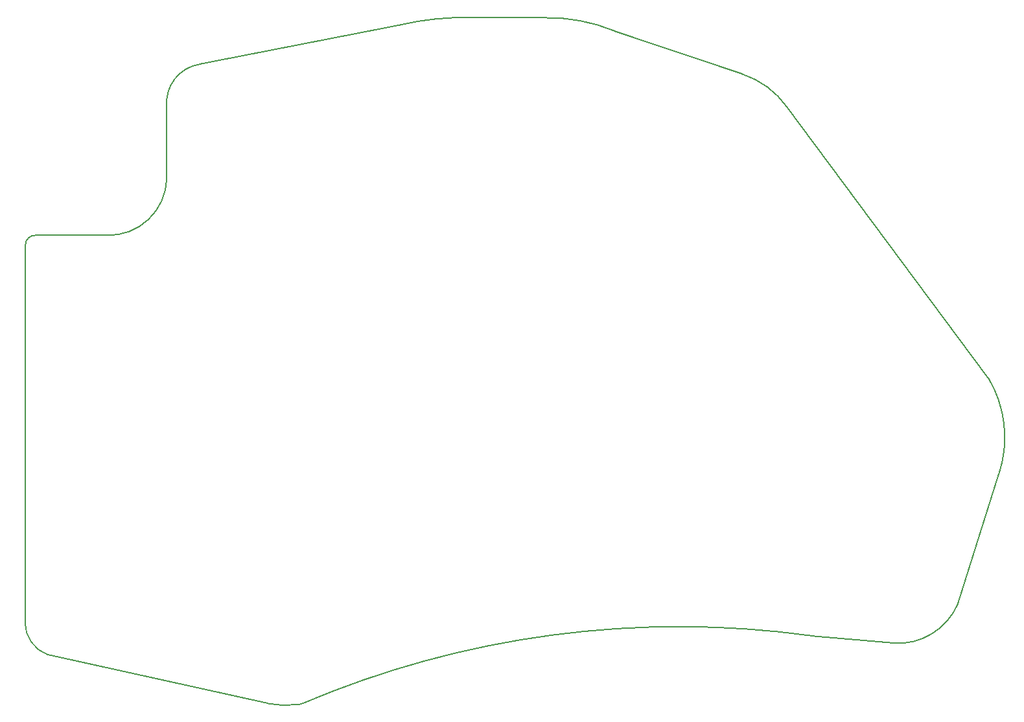
<source format=gm1>
G04 #@! TF.GenerationSoftware,KiCad,Pcbnew,5.1.10*
G04 #@! TF.CreationDate,2021-09-20T14:55:35+01:00*
G04 #@! TF.ProjectId,parergon,70617265-7267-46f6-9e2e-6b696361645f,0.1*
G04 #@! TF.SameCoordinates,Original*
G04 #@! TF.FileFunction,Profile,NP*
%FSLAX46Y46*%
G04 Gerber Fmt 4.6, Leading zero omitted, Abs format (unit mm)*
G04 Created by KiCad (PCBNEW 5.1.10) date 2021-09-20 14:55:35*
%MOMM*%
%LPD*%
G01*
G04 APERTURE LIST*
G04 #@! TA.AperFunction,Profile*
%ADD10C,0.150000*%
G04 #@! TD*
G04 APERTURE END LIST*
D10*
X107980005Y-24310753D02*
X124714000Y-29972000D01*
X107980005Y-24310753D02*
G75*
G03*
X99060000Y-22606000I-8666005J-21155247D01*
G01*
X66818368Y-112363873D02*
X67310000Y-112245889D01*
X67310000Y-112245889D02*
G75*
G02*
X133690041Y-103402166I49180445J-115600560D01*
G01*
X32408164Y-51046473D02*
G75*
G03*
X31058320Y-52324000I-79844J-1267527D01*
G01*
X32408164Y-51046473D02*
X41656141Y-51049771D01*
X66818368Y-112363874D02*
G75*
G02*
X62738000Y-112268000I-1794368J10509874D01*
G01*
X62738000Y-112268000D02*
X34036000Y-105918000D01*
X31004186Y-101600055D02*
G75*
G03*
X34036000Y-105918000I4568168J-15850D01*
G01*
X89154528Y-22581567D02*
G75*
G03*
X80226393Y-23495399I-786449J-36387223D01*
G01*
X89154528Y-22581567D02*
X99060000Y-22606000D01*
X144526000Y-104394000D02*
X133690041Y-103402166D01*
X41656141Y-51049771D02*
G75*
G03*
X49530000Y-43578151I253859J7617161D01*
G01*
X53844201Y-28677429D02*
G75*
G03*
X49530000Y-34290000I783306J-5066481D01*
G01*
X144526000Y-104394000D02*
G75*
G03*
X152890532Y-99221726I482629J8569141D01*
G01*
X130556001Y-34290001D02*
X156817493Y-69628875D01*
X158237872Y-82268036D02*
G75*
G03*
X156817493Y-69628875I-14451991J4775288D01*
G01*
X49530000Y-43578151D02*
X49530000Y-34290000D01*
X130556001Y-34290001D02*
G75*
G03*
X124714000Y-29972000I-9398001J-6603999D01*
G01*
X158237872Y-82268036D02*
X152890532Y-99221726D01*
X31004187Y-101600055D02*
X31058320Y-52324000D01*
X53844201Y-28677430D02*
X80226393Y-23495399D01*
M02*

</source>
